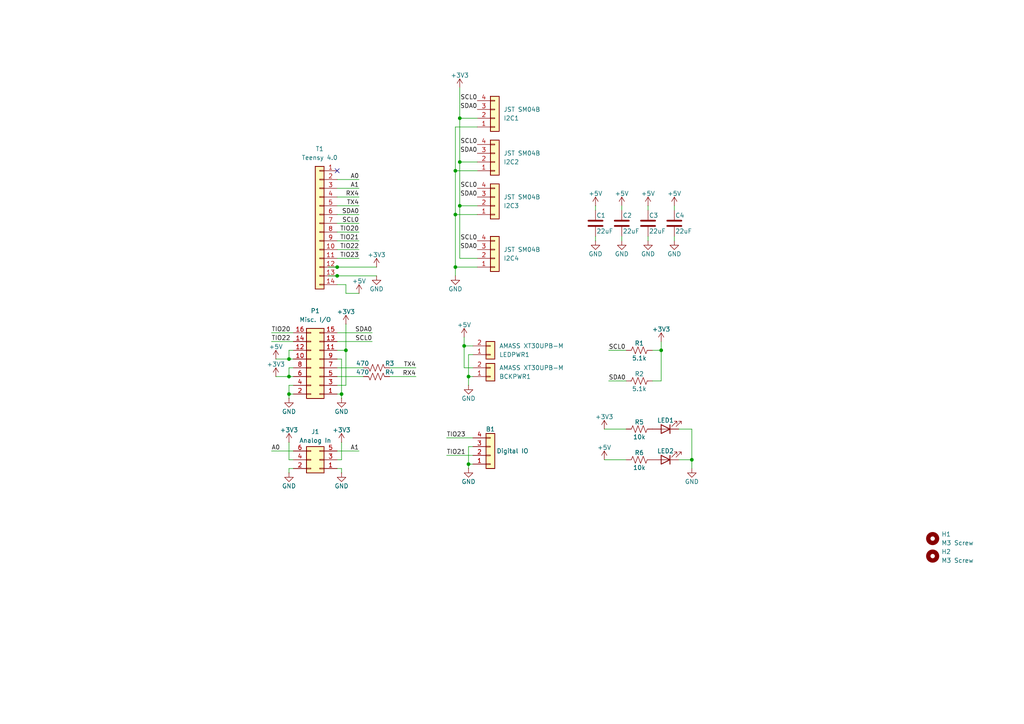
<source format=kicad_sch>
(kicad_sch (version 20250114) (generator "eeschema") (generator_version "9.0")
  (paper "A4")
  (title_block (title "SmartMatrix Protogen Shield") (date "2024-05-23") (rev "1.2") (company "Coelacanth Electronics, LLC, Axion Labs, LLC") (comment 1 "Converted to KiCAD by MyloWhylo") (comment 2 "Original Design by Coela Can't!") (comment 3 "Updated by AxionQc"))
  (lib_symbols
    (symbol "Connector_Generic:Conn_01x02" (pin_names (offset 1.016) (hide yes))
      (property "Reference" "J" (at 0 2.54 0))
      (property "Value" "Conn_01x02" (at 0 -5.08 0))
      (symbol "Conn_01x02_1_1"
        (rectangle (start -1.27 1.27) (end 1.27 -3.81) (stroke (width 0.254)) (fill (type background)))
        (rectangle (start -1.27 0.127) (end 0 -0.127) (stroke (width 0.1524)))
        (rectangle (start -1.27 -2.413) (end 0 -2.667) (stroke (width 0.1524)))
        (pin passive line (at -5.08 0 0) (length 3.81) (name "Pin_1") (number "1"))
        (pin passive line (at -5.08 -2.54 0) (length 3.81) (name "Pin_2") (number "2"))
      )
    )
    (symbol "Connector_Generic:Conn_01x04" (pin_names (offset 1.016) (hide yes))
      (property "Reference" "J" (at 0 5.08 0))
      (property "Value" "Conn_01x04" (at 0 -7.62 0))
      (symbol "Conn_01x04_1_1"
        (rectangle (start -1.27 3.81) (end 1.27 -6.35) (stroke (width 0.254)) (fill (type background)))
        (rectangle (start -1.27 2.667) (end 0 2.413) (stroke (width 0.1524)))
        (rectangle (start -1.27 0.127) (end 0 -0.127) (stroke (width 0.1524)))
        (rectangle (start -1.27 -2.413) (end 0 -2.667) (stroke (width 0.1524)))
        (rectangle (start -1.27 -4.953) (end 0 -5.207) (stroke (width 0.1524)))
        (pin passive line (at -5.08 2.54 0) (length 3.81) (name "Pin_1") (number "1"))
        (pin passive line (at -5.08 0 0) (length 3.81) (name "Pin_2") (number "2"))
        (pin passive line (at -5.08 -2.54 0) (length 3.81) (name "Pin_3") (number "3"))
        (pin passive line (at -5.08 -5.08 0) (length 3.81) (name "Pin_4") (number "4"))
      )
    )
    (symbol "Connector_Generic:Conn_01x14" (pin_names (offset 1.016) (hide yes))
      (property "Reference" "J" (at 0 17.78 0))
      (property "Value" "Conn_01x14" (at 0 -20.32 0))
      (symbol "Conn_01x14_1_1"
        (rectangle (start -1.27 16.51) (end 1.27 -19.05) (stroke (width 0.254)) (fill (type background)))
        (rectangle (start -1.27 15.367) (end 0 15.113) (stroke (width 0.1524)))
        (rectangle (start -1.27 12.827) (end 0 12.573) (stroke (width 0.1524)))
        (rectangle (start -1.27 10.287) (end 0 10.033) (stroke (width 0.1524)))
        (rectangle (start -1.27 7.747) (end 0 7.493) (stroke (width 0.1524)))
        (rectangle (start -1.27 5.207) (end 0 4.953) (stroke (width 0.1524)))
        (rectangle (start -1.27 2.667) (end 0 2.413) (stroke (width 0.1524)))
        (rectangle (start -1.27 0.127) (end 0 -0.127) (stroke (width 0.1524)))
        (rectangle (start -1.27 -2.413) (end 0 -2.667) (stroke (width 0.1524)))
        (rectangle (start -1.27 -4.953) (end 0 -5.207) (stroke (width 0.1524)))
        (rectangle (start -1.27 -7.493) (end 0 -7.747) (stroke (width 0.1524)))
        (rectangle (start -1.27 -10.033) (end 0 -10.287) (stroke (width 0.1524)))
        (rectangle (start -1.27 -12.573) (end 0 -12.827) (stroke (width 0.1524)))
        (rectangle (start -1.27 -15.113) (end 0 -15.367) (stroke (width 0.1524)))
        (rectangle (start -1.27 -17.653) (end 0 -17.907) (stroke (width 0.1524)))
        (pin passive line (at -5.08 15.24 0) (length 3.81) (name "Pin_1") (number "1"))
        (pin passive line (at -5.08 12.7 0) (length 3.81) (name "Pin_2") (number "2"))
        (pin passive line (at -5.08 10.16 0) (length 3.81) (name "Pin_3") (number "3"))
        (pin passive line (at -5.08 7.62 0) (length 3.81) (name "Pin_4") (number "4"))
        (pin passive line (at -5.08 5.08 0) (length 3.81) (name "Pin_5") (number "5"))
        (pin passive line (at -5.08 2.54 0) (length 3.81) (name "Pin_6") (number "6"))
        (pin passive line (at -5.08 0 0) (length 3.81) (name "Pin_7") (number "7"))
        (pin passive line (at -5.08 -2.54 0) (length 3.81) (name "Pin_8") (number "8"))
        (pin passive line (at -5.08 -5.08 0) (length 3.81) (name "Pin_9") (number "9"))
        (pin passive line (at -5.08 -7.62 0) (length 3.81) (name "Pin_10") (number "10"))
        (pin passive line (at -5.08 -10.16 0) (length 3.81) (name "Pin_11") (number "11"))
        (pin passive line (at -5.08 -12.7 0) (length 3.81) (name "Pin_12") (number "12"))
        (pin passive line (at -5.08 -15.24 0) (length 3.81) (name "Pin_13") (number "13"))
        (pin passive line (at -5.08 -17.78 0) (length 3.81) (name "Pin_14") (number "14"))
      )
    )
    (symbol "Connector_Generic:Conn_02x03_Odd_Even" (pin_names (offset 1.016) (hide yes))
      (property "Reference" "J" (at 1.27 5.08 0))
      (property "Value" "Conn_02x03_Odd_Even" (at 1.27 -5.08 0))
      (symbol "Conn_02x03_Odd_Even_1_1"
        (rectangle (start -1.27 3.81) (end 3.81 -3.81) (stroke (width 0.254)) (fill (type background)))
        (rectangle (start -1.27 2.667) (end 0 2.413) (stroke (width 0.1524)))
        (rectangle (start -1.27 0.127) (end 0 -0.127) (stroke (width 0.1524)))
        (rectangle (start -1.27 -2.413) (end 0 -2.667) (stroke (width 0.1524)))
        (rectangle (start 3.81 2.667) (end 2.54 2.413) (stroke (width 0.1524)))
        (rectangle (start 3.81 0.127) (end 2.54 -0.127) (stroke (width 0.1524)))
        (rectangle (start 3.81 -2.413) (end 2.54 -2.667) (stroke (width 0.1524)))
        (pin passive line (at -5.08 2.54 0) (length 3.81) (name "Pin_1") (number "1"))
        (pin passive line (at -5.08 0 0) (length 3.81) (name "Pin_3") (number "3"))
        (pin passive line (at -5.08 -2.54 0) (length 3.81) (name "Pin_5") (number "5"))
        (pin passive line (at 7.62 2.54 180) (length 3.81) (name "Pin_2") (number "2"))
        (pin passive line (at 7.62 0 180) (length 3.81) (name "Pin_4") (number "4"))
        (pin passive line (at 7.62 -2.54 180) (length 3.81) (name "Pin_6") (number "6"))
      )
    )
    (symbol "Connector_Generic:Conn_02x08_Odd_Even" (pin_names (offset 1.016) (hide yes))
      (property "Reference" "J" (at 1.27 10.16 0))
      (property "Value" "Conn_02x08_Odd_Even" (at 1.27 -12.7 0))
      (symbol "Conn_02x08_Odd_Even_1_1"
        (rectangle (start -1.27 8.89) (end 3.81 -11.43) (stroke (width 0.254)) (fill (type background)))
        (rectangle (start -1.27 7.747) (end 0 7.493) (stroke (width 0.1524)))
        (rectangle (start -1.27 5.207) (end 0 4.953) (stroke (width 0.1524)))
        (rectangle (start -1.27 2.667) (end 0 2.413) (stroke (width 0.1524)))
        (rectangle (start -1.27 0.127) (end 0 -0.127) (stroke (width 0.1524)))
        (rectangle (start -1.27 -2.413) (end 0 -2.667) (stroke (width 0.1524)))
        (rectangle (start -1.27 -4.953) (end 0 -5.207) (stroke (width 0.1524)))
        (rectangle (start -1.27 -7.493) (end 0 -7.747) (stroke (width 0.1524)))
        (rectangle (start -1.27 -10.033) (end 0 -10.287) (stroke (width 0.1524)))
        (rectangle (start 3.81 7.747) (end 2.54 7.493) (stroke (width 0.1524)))
        (rectangle (start 3.81 5.207) (end 2.54 4.953) (stroke (width 0.1524)))
        (rectangle (start 3.81 2.667) (end 2.54 2.413) (stroke (width 0.1524)))
        (rectangle (start 3.81 0.127) (end 2.54 -0.127) (stroke (width 0.1524)))
        (rectangle (start 3.81 -2.413) (end 2.54 -2.667) (stroke (width 0.1524)))
        (rectangle (start 3.81 -4.953) (end 2.54 -5.207) (stroke (width 0.1524)))
        (rectangle (start 3.81 -7.493) (end 2.54 -7.747) (stroke (width 0.1524)))
        (rectangle (start 3.81 -10.033) (end 2.54 -10.287) (stroke (width 0.1524)))
        (pin passive line (at -5.08 7.62 0) (length 3.81) (name "Pin_1") (number "1"))
        (pin passive line (at -5.08 5.08 0) (length 3.81) (name "Pin_3") (number "3"))
        (pin passive line (at -5.08 2.54 0) (length 3.81) (name "Pin_5") (number "5"))
        (pin passive line (at -5.08 0 0) (length 3.81) (name "Pin_7") (number "7"))
        (pin passive line (at -5.08 -2.54 0) (length 3.81) (name "Pin_9") (number "9"))
        (pin passive line (at -5.08 -5.08 0) (length 3.81) (name "Pin_11") (number "11"))
        (pin passive line (at -5.08 -7.62 0) (length 3.81) (name "Pin_13") (number "13"))
        (pin passive line (at -5.08 -10.16 0) (length 3.81) (name "Pin_15") (number "15"))
        (pin passive line (at 7.62 7.62 180) (length 3.81) (name "Pin_2") (number "2"))
        (pin passive line (at 7.62 5.08 180) (length 3.81) (name "Pin_4") (number "4"))
        (pin passive line (at 7.62 2.54 180) (length 3.81) (name "Pin_6") (number "6"))
        (pin passive line (at 7.62 0 180) (length 3.81) (name "Pin_8") (number "8"))
        (pin passive line (at 7.62 -2.54 180) (length 3.81) (name "Pin_10") (number "10"))
        (pin passive line (at 7.62 -5.08 180) (length 3.81) (name "Pin_12") (number "12"))
        (pin passive line (at 7.62 -7.62 180) (length 3.81) (name "Pin_14") (number "14"))
        (pin passive line (at 7.62 -10.16 180) (length 3.81) (name "Pin_16") (number "16"))
      )
    )
    (symbol "Device:C" (pin_numbers (hide yes)) (pin_names (offset 0.254))
      (property "Reference" "C" (at 0.635 2.54 0))
      (property "Value" "C" (at 0.635 -2.54 0))
      (symbol "C_0_1"
        (polyline (pts (xy -2.032 0.762) (xy 2.032 0.762)) (stroke (width 0.508)))
        (polyline (pts (xy -2.032 -0.762) (xy 2.032 -0.762)) (stroke (width 0.508)))
      )
      (symbol "C_1_1"
        (pin passive line (at 0 3.81 270) (length 2.794) (name "~") (number "1"))
        (pin passive line (at 0 -3.81 90) (length 2.794) (name "~") (number "2"))
      )
    )
    (symbol "Device:LED" (pin_numbers (hide yes)) (pin_names (offset 1.016) (hide yes))
      (property "Reference" "D" (at 0 2.54 0))
      (property "Value" "LED" (at 0 -2.54 0))
      (symbol "LED_0_1"
        (polyline (pts (xy -3.048 -0.762) (xy -4.572 -2.286) (xy -3.81 -2.286) (xy -4.572 -2.286) (xy -4.572 -1.524)))
        (polyline (pts (xy -1.778 -0.762) (xy -3.302 -2.286) (xy -2.54 -2.286) (xy -3.302 -2.286) (xy -3.302 -1.524)))
        (polyline (pts (xy -1.27 0) (xy 1.27 0)))
        (polyline (pts (xy -1.27 -1.27) (xy -1.27 1.27)) (stroke (width 0.254)))
        (polyline (pts (xy 1.27 -1.27) (xy 1.27 1.27) (xy -1.27 0) (xy 1.27 -1.27)) (stroke (width 0.254)))
      )
      (symbol "LED_1_1"
        (pin passive line (at -3.81 0 0) (length 2.54) (name "K") (number "1"))
        (pin passive line (at 3.81 0 180) (length 2.54) (name "A") (number "2"))
      )
    )
    (symbol "Device:R_US" (pin_numbers (hide yes)) (pin_names (offset 0))
      (property "Reference" "R" (at 2.54 0 90))
      (property "Value" "R_US" (at -2.54 0 90))
      (symbol "R_US_0_1"
        (polyline (pts (xy 0 2.286) (xy 0 2.54)))
        (polyline (pts (xy 0 2.286) (xy 1.016 1.905) (xy 0 1.524) (xy -1.016 1.143) (xy 0 0.762)))
        (polyline (pts (xy 0 0.762) (xy 1.016 0.381) (xy 0 0) (xy -1.016 -0.381) (xy 0 -0.762)))
        (polyline (pts (xy 0 -0.762) (xy 1.016 -1.143) (xy 0 -1.524) (xy -1.016 -1.905) (xy 0 -2.286)))
        (polyline (pts (xy 0 -2.286) (xy 0 -2.54)))
      )
      (symbol "R_US_1_1"
        (pin passive line (at 0 3.81 270) (length 1.27) (name "~") (number "1"))
        (pin passive line (at 0 -3.81 90) (length 1.27) (name "~") (number "2"))
      )
    )
    (symbol "Mechanical:MountingHole" (pin_names (offset 1.016)) (exclude_from_sim yes) (in_bom no)
      (property "Reference" "H" (at 0 5.08 0))
      (property "Value" "MountingHole" (at 0 3.175 0))
      (symbol "MountingHole_0_1"
        (circle (center 0 0) (radius 1.27) (stroke (width 1.27)))
      )
    )
    (symbol "power:+3V3" (power) (pin_numbers (hide yes)) (pin_names (offset 0) (hide yes))
      (property "Value" "+3V3" (at 0 3.556 0))
      (symbol "+3V3_0_1"
        (polyline (pts (xy -0.762 1.27) (xy 0 2.54)))
        (polyline (pts (xy 0 2.54) (xy 0.762 1.27)))
        (polyline (pts (xy 0 0) (xy 0 2.54)))
      )
      (symbol "+3V3_1_1"
        (pin power_in line (at 0 0 90) (length 0) (name "~") (number "1"))
      )
    )
    (symbol "power:+5V" (power) (pin_numbers (hide yes)) (pin_names (offset 0) (hide yes))
      (property "Value" "+5V" (at 0 3.556 0))
      (symbol "+5V_0_1"
        (polyline (pts (xy -0.762 1.27) (xy 0 2.54)))
        (polyline (pts (xy 0 2.54) (xy 0.762 1.27)))
        (polyline (pts (xy 0 0) (xy 0 2.54)))
      )
      (symbol "+5V_1_1"
        (pin power_in line (at 0 0 90) (length 0) (name "~") (number "1"))
      )
    )
    (symbol "power:GND" (power) (pin_numbers (hide yes)) (pin_names (offset 0) (hide yes))
      (property "Value" "GND" (at 0 -3.81 0))
      (symbol "GND_0_1"
        (polyline (pts (xy 0 0) (xy 0 -1.27) (xy 1.27 -1.27) (xy 0 -2.54) (xy -1.27 -1.27) (xy 0 -1.27)))
      )
      (symbol "GND_1_1"
        (pin power_in line (at 0 0 270) (length 0) (name "~") (number "1"))
      )
    )
  )
  (junction (at 83.82 109.22))
  (junction (at 133.35 59.69))
  (junction (at 97.79 77.47))
  (junction (at 133.35 34.29))
  (junction (at 200.66 133.35))
  (junction (at 135.89 134.62))
  (junction (at 135.89 109.22))
  (junction (at 83.82 114.3))
  (junction (at 100.33 101.6))
  (junction (at 133.35 46.99))
  (junction (at 99.06 114.3))
  (junction (at 83.82 104.14))
  (junction (at 97.79 80.01))
  (junction (at 132.08 62.23))
  (junction (at 132.08 77.47))
  (junction (at 132.08 49.53))
  (junction (at 191.77 101.6))
  (junction (at 134.62 100.33))
  (no_connect (at 97.79 49.53))
  (wire (pts (xy 138.43 34.29) (xy 133.35 34.29)))
  (wire (pts (xy 99.06 114.3) (xy 97.79 114.3)))
  (wire (pts (xy 138.43 46.99) (xy 133.35 46.99)))
  (wire (pts (xy 191.77 101.6) (xy 189.23 101.6)))
  (wire (pts (xy 80.01 109.22) (xy 83.82 109.22)))
  (wire (pts (xy 104.14 54.61) (xy 97.79 54.61)))
  (wire (pts (xy 99.06 114.3) (xy 99.06 115.57)))
  (wire (pts (xy 134.62 100.33) (xy 134.62 106.68)))
  (wire (pts (xy 137.16 100.33) (xy 134.62 100.33)))
  (wire (pts (xy 134.62 97.79) (xy 134.62 100.33)))
  (wire (pts (xy 172.72 69.85) (xy 172.72 68.58)))
  (wire (pts (xy 83.82 135.89) (xy 83.82 137.16)))
  (wire (pts (xy 83.82 106.68) (xy 85.09 106.68)))
  (wire (pts (xy 83.82 114.3) (xy 83.82 115.57)))
  (wire (pts (xy 138.43 59.69) (xy 133.35 59.69)))
  (wire (pts (xy 97.79 106.68) (xy 105.41 106.68)))
  (wire (pts (xy 135.89 134.62) (xy 135.89 135.89)))
  (wire (pts (xy 97.79 133.35) (xy 99.06 133.35)))
  (wire (pts (xy 104.14 64.77) (xy 97.79 64.77)))
  (wire (pts (xy 138.43 36.83) (xy 132.08 36.83)))
  (wire (pts (xy 187.96 59.69) (xy 187.96 60.96)))
  (wire (pts (xy 120.65 106.68) (xy 113.03 106.68)))
  (wire (pts (xy 99.06 135.89) (xy 99.06 137.16)))
  (wire (pts (xy 80.01 104.14) (xy 83.82 104.14)))
  (wire (pts (xy 97.79 135.89) (xy 99.06 135.89)))
  (wire (pts (xy 175.26 124.46) (xy 181.61 124.46)))
  (wire (pts (xy 83.82 111.76) (xy 83.82 114.3)))
  (wire (pts (xy 100.33 93.98) (xy 100.33 101.6)))
  (wire (pts (xy 180.34 69.85) (xy 180.34 68.58)))
  (wire (pts (xy 187.96 69.85) (xy 187.96 68.58)))
  (wire (pts (xy 175.26 133.35) (xy 181.61 133.35)))
  (wire (pts (xy 195.58 59.69) (xy 195.58 60.96)))
  (wire (pts (xy 100.33 82.55) (xy 97.79 82.55)))
  (wire (pts (xy 107.95 99.06) (xy 97.79 99.06)))
  (wire (pts (xy 120.65 109.22) (xy 113.03 109.22)))
  (wire (pts (xy 133.35 59.69) (xy 133.35 46.99)))
  (wire (pts (xy 78.74 130.81) (xy 85.09 130.81)))
  (wire (pts (xy 78.74 96.52) (xy 85.09 96.52)))
  (wire (pts (xy 195.58 69.85) (xy 195.58 68.58)))
  (wire (pts (xy 176.53 101.6) (xy 181.61 101.6)))
  (wire (pts (xy 97.79 77.47) (xy 109.22 77.47)))
  (wire (pts (xy 104.14 72.39) (xy 97.79 72.39)))
  (wire (pts (xy 83.82 101.6) (xy 83.82 104.14)))
  (wire (pts (xy 135.89 129.54) (xy 137.16 129.54)))
  (wire (pts (xy 107.95 96.52) (xy 97.79 96.52)))
  (wire (pts (xy 176.53 110.49) (xy 181.61 110.49)))
  (wire (pts (xy 85.09 135.89) (xy 83.82 135.89)))
  (wire (pts (xy 104.14 62.23) (xy 97.79 62.23)))
  (wire (pts (xy 100.33 85.09) (xy 100.33 82.55)))
  (wire (pts (xy 132.08 62.23) (xy 132.08 77.47)))
  (wire (pts (xy 138.43 77.47) (xy 132.08 77.47)))
  (wire (pts (xy 172.72 59.69) (xy 172.72 60.96)))
  (wire (pts (xy 133.35 59.69) (xy 133.35 74.93)))
  (wire (pts (xy 132.08 77.47) (xy 132.08 80.01)))
  (wire (pts (xy 104.14 57.15) (xy 97.79 57.15)))
  (wire (pts (xy 97.79 111.76) (xy 100.33 111.76)))
  (wire (pts (xy 200.66 124.46) (xy 200.66 133.35)))
  (wire (pts (xy 83.82 114.3) (xy 85.09 114.3)))
  (wire (pts (xy 85.09 133.35) (xy 83.82 133.35)))
  (wire (pts (xy 83.82 104.14) (xy 85.09 104.14)))
  (wire (pts (xy 95.25 77.47) (xy 97.79 77.47)))
  (wire (pts (xy 200.66 133.35) (xy 200.66 135.89)))
  (wire (pts (xy 83.82 111.76) (xy 85.09 111.76)))
  (wire (pts (xy 83.82 106.68) (xy 83.82 109.22)))
  (wire (pts (xy 196.85 133.35) (xy 200.66 133.35)))
  (wire (pts (xy 129.54 132.08) (xy 137.16 132.08)))
  (wire (pts (xy 137.16 102.87) (xy 135.89 102.87)))
  (wire (pts (xy 133.35 25.4) (xy 133.35 34.29)))
  (wire (pts (xy 104.14 67.31) (xy 97.79 67.31)))
  (wire (pts (xy 83.82 133.35) (xy 83.82 128.27)))
  (wire (pts (xy 132.08 36.83) (xy 132.08 49.53)))
  (wire (pts (xy 138.43 49.53) (xy 132.08 49.53)))
  (wire (pts (xy 99.06 133.35) (xy 99.06 128.27)))
  (wire (pts (xy 135.89 102.87) (xy 135.89 109.22)))
  (wire (pts (xy 134.62 106.68) (xy 137.16 106.68)))
  (wire (pts (xy 129.54 127) (xy 137.16 127)))
  (wire (pts (xy 104.14 85.09) (xy 100.33 85.09)))
  (wire (pts (xy 78.74 99.06) (xy 85.09 99.06)))
  (wire (pts (xy 95.25 80.01) (xy 97.79 80.01)))
  (wire (pts (xy 135.89 129.54) (xy 135.89 134.62)))
  (wire (pts (xy 191.77 99.06) (xy 191.77 101.6)))
  (wire (pts (xy 100.33 101.6) (xy 97.79 101.6)))
  (wire (pts (xy 104.14 69.85) (xy 97.79 69.85)))
  (wire (pts (xy 83.82 101.6) (xy 85.09 101.6)))
  (wire (pts (xy 97.79 80.01) (xy 109.22 80.01)))
  (wire (pts (xy 135.89 109.22) (xy 135.89 111.76)))
  (wire (pts (xy 83.82 109.22) (xy 85.09 109.22)))
  (wire (pts (xy 104.14 74.93) (xy 97.79 74.93)))
  (wire (pts (xy 97.79 109.22) (xy 105.41 109.22)))
  (wire (pts (xy 180.34 59.69) (xy 180.34 60.96)))
  (wire (pts (xy 132.08 49.53) (xy 132.08 62.23)))
  (wire (pts (xy 97.79 104.14) (xy 99.06 104.14)))
  (wire (pts (xy 104.14 130.81) (xy 97.79 130.81)))
  (wire (pts (xy 137.16 134.62) (xy 135.89 134.62)))
  (wire (pts (xy 138.43 74.93) (xy 133.35 74.93)))
  (wire (pts (xy 104.14 52.07) (xy 97.79 52.07)))
  (wire (pts (xy 138.43 62.23) (xy 132.08 62.23)))
  (wire (pts (xy 104.14 59.69) (xy 97.79 59.69)))
  (wire (pts (xy 135.89 109.22) (xy 137.16 109.22)))
  (wire (pts (xy 196.85 124.46) (xy 200.66 124.46)))
  (wire (pts (xy 191.77 101.6) (xy 191.77 110.49)))
  (wire (pts (xy 99.06 104.14) (xy 99.06 114.3)))
  (wire (pts (xy 133.35 46.99) (xy 133.35 34.29)))
  (wire (pts (xy 100.33 111.76) (xy 100.33 101.6)))
  (wire (pts (xy 191.77 110.49) (xy 189.23 110.49)))
  (label "SDA0" (at 138.43 31.75 180))
  (label "TIO21" (at 129.54 132.08 0))
  (label "TX4" (at 104.14 59.69 180))
  (label "A1" (at 104.14 54.61 180))
  (label "RX4" (at 104.14 57.15 180))
  (label "SCL0" (at 107.95 99.06 180))
  (label "TIO23" (at 104.14 74.93 180))
  (label "SDA0" (at 107.95 96.52 180))
  (label "SCL0" (at 176.53 101.6 0))
  (label "TX4" (at 120.65 106.68 180))
  (label "SCL0" (at 138.43 29.21 180))
  (label "A0" (at 104.14 52.07 180))
  (label "SCL0" (at 138.43 54.61 180))
  (label "TIO22" (at 104.14 72.39 180))
  (label "RX4" (at 120.65 109.22 180))
  (label "SDA0" (at 138.43 72.39 180))
  (label "TIO22" (at 78.74 99.06 0))
  (label "SCL0" (at 138.43 41.91 180))
  (label "TIO20" (at 104.14 67.31 180))
  (label "TIO20" (at 78.74 96.52 0))
  (label "SCL0" (at 104.14 64.77 180))
  (label "SDA0" (at 138.43 57.15 180))
  (label "SCL0" (at 138.43 69.85 180))
  (label "TIO23" (at 129.54 127 0))
  (label "TIO21" (at 104.14 69.85 180))
  (label "SDA0" (at 104.14 62.23 180))
  (label "SDA0" (at 176.53 110.49 0))
  (label "A0" (at 78.74 130.81 0))
  (label "A1" (at 104.14 130.81 180))
  (label "SDA0" (at 138.43 44.45 180))
  (symbol (lib_id "power:+3V3") (at 99.06 128.27 0) (unit 1)
    (property "Reference" "#PWR031" (effects (hide yes)))
    (property "Value" "+3V3" (at 99.06 124.714 0))
    (property "Description" "Power symbol creates a global label with name \"+3V3\"" (effects (hide yes)))
  )
  (symbol (lib_id "power:GND") (at 135.89 111.76 0) (unit 1)
    (property "Reference" "#PWR016" (effects (hide yes)))
    (property "Value" "GND" (at 135.89 115.57 0))
    (property "Description" "Power symbol creates a global label with name \"GND\" , ground" (effects (hide yes)))
  )
  (symbol (lib_id "Device:C") (at 172.72 64.77 0) (unit 1)
    (property "Reference" "C1" (at 172.974 62.484 0) (effects (justify left)))
    (property "Value" "22uF" (at 172.974 67.056 0) (effects (justify left)))
    (property "Footprint" "Capacitor_SMD:C_0805_2012Metric_Pad1.18x1.45mm_HandSolder" (effects (hide yes)))
    (property "Description" "Unpolarized capacitor" (effects (hide yes)))
  )
  (symbol (lib_id "power:GND") (at 195.58 69.85 0) (unit 1)
    (property "Reference" "#PWR024" (effects (hide yes)))
    (property "Value" "GND" (at 195.58 73.66 0))
    (property "Description" "Power symbol creates a global label with name \"GND\" , ground" (effects (hide yes)))
  )
  (symbol (lib_id "Connector_Generic:Conn_01x02") (at 142.24 109.22 0) (mirror x) (unit 1)
    (property "Reference" "BCKPWR1" (at 144.78 109.2201 0) (effects (justify left)))
    (property "Value" "AMASS XT30UPB-M" (at 144.78 106.6801 0) (effects (justify left)))
    (property "Footprint" "Connector_AMASS:AMASS_XT30UPB-M_1x02_P5.0mm_Vertical" (effects (hide yes)))
    (property "Description" "Generic connector, single row, 01x02, script generated (kicad-library-utils/schlib/autogen/connector/)" (effects (hide yes)))
  )
  (symbol (lib_id "Connector_Generic:Conn_02x08_Odd_Even") (at 92.71 106.68 180) (unit 1) (in_bom no)
    (property "Reference" "P1" (at 91.44 90.17 0))
    (property "Value" "Misc. I/O" (at 91.44 92.71 0))
    (property "Footprint" "Connector_PinHeader_2.54mm:PinHeader_2x08_P2.54mm_Vertical" (effects (hide yes)))
    (property "Description" "Generic connector, double row, 02x08, odd/even pin numbering scheme (row 1 odd numbers, row 2 even numbers), script generated (kicad-library-utils/schlib/autogen/connector/)" (effects (hide yes)))
  )
  (symbol (lib_id "Device:R_US") (at 185.42 110.49 90) (unit 1)
    (property "Reference" "R2" (at 185.42 108.458 90))
    (property "Value" "5.1k" (at 185.42 112.776 90))
    (property "Footprint" "Resistor_SMD:R_0805_2012Metric_Pad1.20x1.40mm_HandSolder" (effects (hide yes)))
    (property "Description" "Resistor, US symbol" (effects (hide yes)))
  )
  (symbol (lib_id "Device:R_US") (at 185.42 101.6 90) (unit 1)
    (property "Reference" "R1" (at 185.42 99.568 90))
    (property "Value" "5.1k" (at 185.42 103.886 90))
    (property "Footprint" "Resistor_SMD:R_0805_2012Metric_Pad1.20x1.40mm_HandSolder" (effects (hide yes)))
    (property "Description" "Resistor, US symbol" (effects (hide yes)))
  )
  (symbol (lib_id "Device:R_US") (at 109.22 106.68 270) (mirror x) (unit 1)
    (property "Reference" "R3" (at 113.03 105.41 90))
    (property "Value" "470" (at 105.156 105.41 90))
    (property "Footprint" "Resistor_SMD:R_0805_2012Metric_Pad1.20x1.40mm_HandSolder" (effects (hide yes)))
    (property "Description" "Resistor, US symbol" (effects (hide yes)))
  )
  (symbol (lib_id "power:GND") (at 132.08 80.01 0) (unit 1)
    (property "Reference" "#PWR04" (effects (hide yes)))
    (property "Value" "GND" (at 132.08 83.82 0))
    (property "Description" "Power symbol creates a global label with name \"GND\" , ground" (effects (hide yes)))
  )
  (symbol (lib_id "Device:C") (at 180.34 64.77 0) (unit 1)
    (property "Reference" "C2" (at 180.594 62.484 0) (effects (justify left)))
    (property "Value" "22uF" (at 180.594 67.056 0) (effects (justify left)))
    (property "Footprint" "Capacitor_SMD:C_0805_2012Metric_Pad1.18x1.45mm_HandSolder" (effects (hide yes)))
    (property "Description" "Unpolarized capacitor" (effects (hide yes)))
  )
  (symbol (lib_id "power:GND") (at 99.06 115.57 0) (mirror y) (unit 1)
    (property "Reference" "#PWR09" (effects (hide yes)))
    (property "Value" "GND" (at 99.06 119.38 0))
    (property "Description" "Power symbol creates a global label with name \"GND\" , ground" (effects (hide yes)))
  )
  (symbol (lib_id "power:+5V") (at 134.62 97.79 0) (unit 1)
    (property "Reference" "#PWR015" (effects (hide yes)))
    (property "Value" "+5V" (at 134.62 94.234 0))
    (property "Description" "Power symbol creates a global label with name \"+5V\"" (effects (hide yes)))
  )
  (symbol (lib_id "power:+3V3") (at 83.82 128.27 0) (unit 1)
    (property "Reference" "#PWR030" (effects (hide yes)))
    (property "Value" "+3V3" (at 83.82 124.714 0))
    (property "Description" "Power symbol creates a global label with name \"+3V3\"" (effects (hide yes)))
  )
  (symbol (lib_id "Connector_Generic:Conn_01x14") (at 92.71 64.77 0) (mirror y) (unit 1) (in_bom no)
    (property "Reference" "T1" (at 92.71 43.18 0))
    (property "Value" "Teensy 4.0" (at 92.71 45.72 0))
    (property "Footprint" "Connector_PinHeader_2.54mm:PinHeader_1x14_P2.54mm_Vertical" (effects (hide yes)))
    (property "Description" "Generic connector, single row, 01x14, script generated (kicad-library-utils/schlib/autogen/connector/)" (effects (hide yes)))
  )
  (symbol (lib_id "Connector_Generic:Conn_01x04") (at 143.51 46.99 0) (mirror x) (unit 1)
    (property "Reference" "I2C2" (at 146.05 46.9901 0) (effects (justify left)))
    (property "Value" "JST SM04B" (at 146.05 44.4501 0) (effects (justify left)))
    (property "Footprint" "Connector_JST:JST_SH_SM04B-SRSS-TB_1x04-1MP_P1.00mm_Horizontal" (effects (hide yes)))
    (property "Description" "Generic connector, single row, 01x04, script generated (kicad-library-utils/schlib/autogen/connector/)" (effects (hide yes)))
  )
  (symbol (lib_id "power:+5V") (at 195.58 59.69 0) (unit 1)
    (property "Reference" "#PWR023" (effects (hide yes)))
    (property "Value" "+5V" (at 195.58 56.134 0))
    (property "Description" "Power symbol creates a global label with name \"+5V\"" (effects (hide yes)))
  )
  (symbol (lib_id "Device:R_US") (at 109.22 109.22 270) (mirror x) (unit 1)
    (property "Reference" "R4" (at 113.03 107.95 90))
    (property "Value" "470" (at 105.156 107.95 90))
    (property "Footprint" "Resistor_SMD:R_0805_2012Metric_Pad1.20x1.40mm_HandSolder" (effects (hide yes)))
    (property "Description" "Resistor, US symbol" (effects (hide yes)))
  )
  (symbol (lib_id "Device:C") (at 195.58 64.77 0) (unit 1)
    (property "Reference" "C4" (at 195.834 62.484 0) (effects (justify left)))
    (property "Value" "22uF" (at 195.834 67.056 0) (effects (justify left)))
    (property "Footprint" "Capacitor_SMD:C_0805_2012Metric_Pad1.18x1.45mm_HandSolder" (effects (hide yes)))
    (property "Description" "Unpolarized capacitor" (effects (hide yes)))
  )
  (symbol (lib_id "Connector_Generic:Conn_01x04") (at 142.24 132.08 0) (mirror x) (unit 1) (in_bom no)
    (property "Reference" "B1" (at 142.24 125.222 0) (effects (justify top)))
    (property "Value" "Digital IO" (at 144.018 130.81 0) (effects (justify left)))
    (property "Footprint" "Connector_PinHeader_2.54mm:PinHeader_1x04_P2.54mm_Vertical" (effects (hide yes)))
    (property "Description" "Generic connector, single row, 01x04, script generated (kicad-library-utils/schlib/autogen/connector/)" (effects (hide yes)))
  )
  (symbol (lib_id "Device:LED") (at 193.04 124.46 180) (unit 1)
    (property "Reference" "LED1" (at 193.04 121.92 0))
    (property "Value" "LED" (effects (hide yes)))
    (property "Footprint" "LED_SMD:LED_0805_2012Metric_Pad1.15x1.40mm_HandSolder" (effects (hide yes)))
    (property "Description" "Light emitting diode" (effects (hide yes)))
  )
  (symbol (lib_id "power:GND") (at 83.82 137.16 0) (unit 1)
    (property "Reference" "#PWR010" (effects (hide yes)))
    (property "Value" "GND" (at 83.82 140.97 0))
    (property "Description" "Power symbol creates a global label with name \"GND\" , ground" (effects (hide yes)))
  )
  (symbol (lib_id "Device:R_US") (at 185.42 124.46 90) (unit 1)
    (property "Reference" "R5" (at 185.42 122.428 90))
    (property "Value" "10k" (at 185.42 126.746 90))
    (property "Footprint" "Resistor_SMD:R_0805_2012Metric_Pad1.20x1.40mm_HandSolder" (effects (hide yes)))
    (property "Description" "Resistor, US symbol" (effects (hide yes)))
  )
  (symbol (lib_id "Mechanical:MountingHole") (at 270.51 156.21 0) (unit 1) (exclude_from_sim yes) (in_bom no)
    (property "Reference" "H1" (at 273.05 154.9399 0) (effects (justify left)))
    (property "Value" "M3 Screw" (at 273.05 157.4799 0) (effects (justify left)))
    (property "Footprint" "MountingHole:MountingHole_3.2mm_M3" (effects (hide yes)))
    (property "Description" "Mounting Hole without connection" (effects (hide yes)))
  )
  (symbol (lib_id "power:+3V3") (at 100.33 93.98 0) (mirror y) (unit 1)
    (property "Reference" "#PWR028" (effects (hide yes)))
    (property "Value" "+3V3" (at 100.33 90.424 0))
    (property "Description" "Power symbol creates a global label with name \"+3V3\"" (effects (hide yes)))
  )
  (symbol (lib_id "power:+5V") (at 104.14 85.09 0) (unit 1)
    (property "Reference" "#PWR03" (effects (hide yes)))
    (property "Value" "+5V" (at 104.14 81.534 0))
    (property "Description" "Power symbol creates a global label with name \"+5V\"" (effects (hide yes)))
  )
  (symbol (lib_id "power:+3V3") (at 109.22 77.47 0) (unit 1)
    (property "Reference" "#PWR02" (effects (hide yes)))
    (property "Value" "+3V3" (at 109.22 73.914 0))
    (property "Description" "Power symbol creates a global label with name \"+3V3\"" (effects (hide yes)))
  )
  (symbol (lib_id "power:+5V") (at 172.72 59.69 0) (unit 1)
    (property "Reference" "#PWR018" (effects (hide yes)))
    (property "Value" "+5V" (at 172.72 56.134 0))
    (property "Description" "Power symbol creates a global label with name \"+5V\"" (effects (hide yes)))
  )
  (symbol (lib_id "power:+5V") (at 175.26 133.35 0) (unit 1)
    (property "Reference" "#PWR07" (effects (hide yes)))
    (property "Value" "+5V" (at 175.26 129.794 0))
    (property "Description" "Power symbol creates a global label with name \"+5V\"" (effects (hide yes)))
  )
  (symbol (lib_id "power:GND") (at 180.34 69.85 0) (unit 1)
    (property "Reference" "#PWR020" (effects (hide yes)))
    (property "Value" "GND" (at 180.34 73.66 0))
    (property "Description" "Power symbol creates a global label with name \"GND\" , ground" (effects (hide yes)))
  )
  (symbol (lib_id "power:GND") (at 187.96 69.85 0) (unit 1)
    (property "Reference" "#PWR022" (effects (hide yes)))
    (property "Value" "GND" (at 187.96 73.66 0))
    (property "Description" "Power symbol creates a global label with name \"GND\" , ground" (effects (hide yes)))
  )
  (symbol (lib_id "Connector_Generic:Conn_01x04") (at 143.51 34.29 0) (mirror x) (unit 1)
    (property "Reference" "I2C1" (at 146.05 34.2901 0) (effects (justify left)))
    (property "Value" "JST SM04B" (at 146.05 31.7501 0) (effects (justify left)))
    (property "Footprint" "Connector_JST:JST_SH_SM04B-SRSS-TB_1x04-1MP_P1.00mm_Horizontal" (effects (hide yes)))
    (property "Description" "Generic connector, single row, 01x04, script generated (kicad-library-utils/schlib/autogen/connector/)" (effects (hide yes)))
  )
  (symbol (lib_id "power:+3V3") (at 133.35 25.4 0) (unit 1)
    (property "Reference" "#PWR05" (effects (hide yes)))
    (property "Value" "+3V3" (at 133.35 21.844 0))
    (property "Description" "Power symbol creates a global label with name \"+3V3\"" (effects (hide yes)))
  )
  (symbol (lib_id "power:GND") (at 172.72 69.85 0) (unit 1)
    (property "Reference" "#PWR017" (effects (hide yes)))
    (property "Value" "GND" (at 172.72 73.66 0))
    (property "Description" "Power symbol creates a global label with name \"GND\" , ground" (effects (hide yes)))
  )
  (symbol (lib_id "power:GND") (at 109.22 80.01 0) (unit 1)
    (property "Reference" "#PWR01" (effects (hide yes)))
    (property "Value" "GND" (at 109.22 83.82 0))
    (property "Description" "Power symbol creates a global label with name \"GND\" , ground" (effects (hide yes)))
  )
  (symbol (lib_id "Connector_Generic:Conn_01x04") (at 143.51 74.93 0) (mirror x) (unit 1)
    (property "Reference" "I2C4" (at 146.05 74.9301 0) (effects (justify left)))
    (property "Value" "JST SM04B" (at 146.05 72.3901 0) (effects (justify left)))
    (property "Footprint" "Connector_JST:JST_SH_SM04B-SRSS-TB_1x04-1MP_P1.00mm_Horizontal" (effects (hide yes)))
    (property "Description" "Generic connector, single row, 01x04, script generated (kicad-library-utils/schlib/autogen/connector/)" (effects (hide yes)))
  )
  (symbol (lib_id "power:+5V") (at 80.01 104.14 0) (unit 1)
    (property "Reference" "#PWR012" (effects (hide yes)))
    (property "Value" "+5V" (at 80.01 100.584 0))
    (property "Description" "Power symbol creates a global label with name \"+5V\"" (effects (hide yes)))
  )
  (symbol (lib_id "Connector_Generic:Conn_01x04") (at 143.51 59.69 0) (mirror x) (unit 1)
    (property "Reference" "I2C3" (at 146.05 59.6901 0) (effects (justify left)))
    (property "Value" "JST SM04B" (at 146.05 57.1501 0) (effects (justify left)))
    (property "Footprint" "Connector_JST:JST_SH_SM04B-SRSS-TB_1x04-1MP_P1.00mm_Horizontal" (effects (hide yes)))
    (property "Description" "Generic connector, single row, 01x04, script generated (kicad-library-utils/schlib/autogen/connector/)" (effects (hide yes)))
  )
  (symbol (lib_id "power:+5V") (at 180.34 59.69 0) (unit 1)
    (property "Reference" "#PWR019" (effects (hide yes)))
    (property "Value" "+5V" (at 180.34 56.134 0))
    (property "Description" "Power symbol creates a global label with name \"+5V\"" (effects (hide yes)))
  )
  (symbol (lib_id "power:+3V3") (at 175.26 124.46 0) (unit 1)
    (property "Reference" "#PWR08" (effects (hide yes)))
    (property "Value" "+3V3" (at 175.26 120.904 0))
    (property "Description" "Power symbol creates a global label with name \"+3V3\"" (effects (hide yes)))
  )
  (symbol (lib_id "power:GND") (at 200.66 135.89 0) (unit 1)
    (property "Reference" "#PWR06" (effects (hide yes)))
    (property "Value" "GND" (at 200.66 139.7 0))
    (property "Description" "Power symbol creates a global label with name \"GND\" , ground" (effects (hide yes)))
  )
  (symbol (lib_id "power:+3V3") (at 80.01 109.22 0) (unit 1)
    (property "Reference" "#PWR013" (effects (hide yes)))
    (property "Value" "+3V3" (at 80.01 105.664 0))
    (property "Description" "Power symbol creates a global label with name \"+3V3\"" (effects (hide yes)))
  )
  (symbol (lib_id "Mechanical:MountingHole") (at 270.51 161.29 0) (unit 1) (exclude_from_sim yes) (in_bom no)
    (property "Reference" "H2" (at 273.05 160.0199 0) (effects (justify left)))
    (property "Value" "M3 Screw" (at 273.05 162.5599 0) (effects (justify left)))
    (property "Footprint" "MountingHole:MountingHole_3.2mm_M3" (effects (hide yes)))
    (property "Description" "Mounting Hole without connection" (effects (hide yes)))
  )
  (symbol (lib_id "Device:R_US") (at 185.42 133.35 90) (unit 1)
    (property "Reference" "R6" (at 185.42 131.318 90))
    (property "Value" "10k" (at 185.42 135.636 90))
    (property "Footprint" "Resistor_SMD:R_0805_2012Metric_Pad1.20x1.40mm_HandSolder" (effects (hide yes)))
    (property "Description" "Resistor, US symbol" (effects (hide yes)))
  )
  (symbol (lib_id "power:+3V3") (at 191.77 99.06 0) (unit 1)
    (property "Reference" "#PWR011" (effects (hide yes)))
    (property "Value" "+3V3" (at 191.77 95.504 0))
    (property "Description" "Power symbol creates a global label with name \"+3V3\"" (effects (hide yes)))
  )
  (symbol (lib_id "Connector_Generic:Conn_02x03_Odd_Even") (at 92.71 133.35 180) (unit 1) (in_bom no)
    (property "Reference" "J1" (at 91.44 125.222 0))
    (property "Value" "Analog In" (at 91.44 127.762 0))
    (property "Footprint" "Connector_PinHeader_2.54mm:PinHeader_2x03_P2.54mm_Vertical" (effects (hide yes)))
    (property "Description" "Generic connector, double row, 02x03, odd/even pin numbering scheme (row 1 odd numbers, row 2 even numbers), script generated (kicad-library-utils/schlib/autogen/connector/)" (effects (hide yes)))
  )
  (symbol (lib_id "Device:LED") (at 193.04 133.35 180) (unit 1)
    (property "Reference" "LED2" (at 193.04 130.81 0))
    (property "Value" "LED" (effects (hide yes)))
    (property "Footprint" "LED_SMD:LED_0805_2012Metric_Pad1.15x1.40mm_HandSolder" (effects (hide yes)))
    (property "Description" "Light emitting diode" (effects (hide yes)))
  )
  (symbol (lib_id "power:GND") (at 135.89 135.89 0) (unit 1)
    (property "Reference" "#PWR027" (effects (hide yes)))
    (property "Value" "GND" (at 135.89 139.7 0))
    (property "Description" "Power symbol creates a global label with name \"GND\" , ground" (effects (hide yes)))
  )
  (symbol (lib_id "Device:C") (at 187.96 64.77 0) (unit 1)
    (property "Reference" "C3" (at 188.214 62.484 0) (effects (justify left)))
    (property "Value" "22uF" (at 188.214 67.056 0) (effects (justify left)))
    (property "Footprint" "Capacitor_SMD:C_0805_2012Metric_Pad1.18x1.45mm_HandSolder" (effects (hide yes)))
    (property "Description" "Unpolarized capacitor" (effects (hide yes)))
  )
  (symbol (lib_id "power:+5V") (at 187.96 59.69 0) (unit 1)
    (property "Reference" "#PWR021" (effects (hide yes)))
    (property "Value" "+5V" (at 187.96 56.134 0))
    (property "Description" "Power symbol creates a global label with name \"+5V\"" (effects (hide yes)))
  )
  (symbol (lib_id "Connector_Generic:Conn_01x02") (at 142.24 102.87 0) (mirror x) (unit 1)
    (property "Reference" "LEDPWR1" (at 144.78 102.8701 0) (effects (justify left)))
    (property "Value" "AMASS XT30UPB-M" (at 144.78 100.3301 0) (effects (justify left)))
    (property "Footprint" "Connector_AMASS:AMASS_XT30UPB-M_1x02_P5.0mm_Vertical" (effects (hide yes)))
    (property "Description" "Generic connector, single row, 01x02, script generated (kicad-library-utils/schlib/autogen/connector/)" (effects (hide yes)))
  )
  (symbol (lib_id "power:GND") (at 99.06 137.16 0) (unit 1)
    (property "Reference" "#PWR029" (effects (hide yes)))
    (property "Value" "GND" (at 99.06 140.97 0))
    (property "Description" "Power symbol creates a global label with name \"GND\" , ground" (effects (hide yes)))
  )
  (symbol (lib_id "power:GND") (at 83.82 115.57 0) (unit 1)
    (property "Reference" "#PWR014" (effects (hide yes)))
    (property "Value" "GND" (at 83.82 119.38 0))
    (property "Description" "Power symbol creates a global label with name \"GND\" , ground" (effects (hide yes)))
  )
)
</source>
